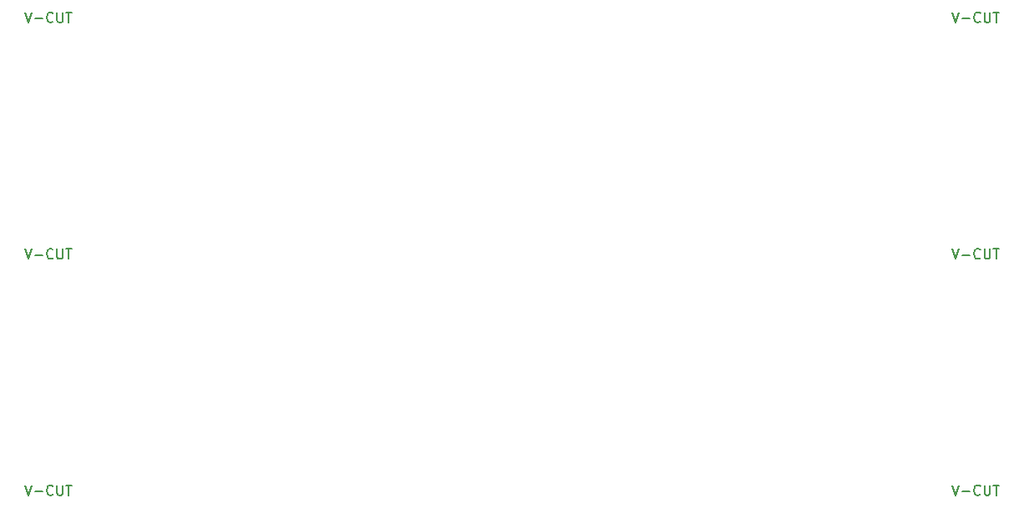
<source format=gbo>
G04 #@! TF.GenerationSoftware,KiCad,Pcbnew,(5.1.9)-1*
G04 #@! TF.CreationDate,2022-11-24T18:27:01+09:00*
G04 #@! TF.ProjectId,ROMCHG-PNL,524f4d43-4847-42d5-904e-4c2e6b696361,rev?*
G04 #@! TF.SameCoordinates,PX1c9ea90PY98919e0*
G04 #@! TF.FileFunction,Legend,Bot*
G04 #@! TF.FilePolarity,Positive*
%FSLAX46Y46*%
G04 Gerber Fmt 4.6, Leading zero omitted, Abs format (unit mm)*
G04 Created by KiCad (PCBNEW (5.1.9)-1) date 2022-11-24 18:27:01*
%MOMM*%
%LPD*%
G01*
G04 APERTURE LIST*
%ADD10C,0.150000*%
G04 APERTURE END LIST*
D10*
X-10357143Y72547620D02*
X-10023810Y71547620D01*
X-9690477Y72547620D01*
X-9357143Y71928572D02*
X-8595239Y71928572D01*
X-7547620Y71642858D02*
X-7595239Y71595239D01*
X-7738096Y71547620D01*
X-7833334Y71547620D01*
X-7976191Y71595239D01*
X-8071429Y71690477D01*
X-8119048Y71785715D01*
X-8166667Y71976191D01*
X-8166667Y72119048D01*
X-8119048Y72309524D01*
X-8071429Y72404762D01*
X-7976191Y72500000D01*
X-7833334Y72547620D01*
X-7738096Y72547620D01*
X-7595239Y72500000D01*
X-7547620Y72452381D01*
X-7119048Y72547620D02*
X-7119048Y71738096D01*
X-7071429Y71642858D01*
X-7023810Y71595239D01*
X-6928572Y71547620D01*
X-6738096Y71547620D01*
X-6642858Y71595239D01*
X-6595239Y71642858D01*
X-6547620Y71738096D01*
X-6547620Y72547620D01*
X-6214286Y72547620D02*
X-5642858Y72547620D01*
X-5928572Y71547620D02*
X-5928572Y72547620D01*
X83642857Y72547620D02*
X83976190Y71547620D01*
X84309523Y72547620D01*
X84642857Y71928572D02*
X85404761Y71928572D01*
X86452380Y71642858D02*
X86404761Y71595239D01*
X86261904Y71547620D01*
X86166666Y71547620D01*
X86023809Y71595239D01*
X85928571Y71690477D01*
X85880952Y71785715D01*
X85833333Y71976191D01*
X85833333Y72119048D01*
X85880952Y72309524D01*
X85928571Y72404762D01*
X86023809Y72500000D01*
X86166666Y72547620D01*
X86261904Y72547620D01*
X86404761Y72500000D01*
X86452380Y72452381D01*
X86880952Y72547620D02*
X86880952Y71738096D01*
X86928571Y71642858D01*
X86976190Y71595239D01*
X87071428Y71547620D01*
X87261904Y71547620D01*
X87357142Y71595239D01*
X87404761Y71642858D01*
X87452380Y71738096D01*
X87452380Y72547620D01*
X87785714Y72547620D02*
X88357142Y72547620D01*
X88071428Y71547620D02*
X88071428Y72547620D01*
X-10357143Y24547620D02*
X-10023810Y23547620D01*
X-9690477Y24547620D01*
X-9357143Y23928572D02*
X-8595239Y23928572D01*
X-7547620Y23642858D02*
X-7595239Y23595239D01*
X-7738096Y23547620D01*
X-7833334Y23547620D01*
X-7976191Y23595239D01*
X-8071429Y23690477D01*
X-8119048Y23785715D01*
X-8166667Y23976191D01*
X-8166667Y24119048D01*
X-8119048Y24309524D01*
X-8071429Y24404762D01*
X-7976191Y24500000D01*
X-7833334Y24547620D01*
X-7738096Y24547620D01*
X-7595239Y24500000D01*
X-7547620Y24452381D01*
X-7119048Y24547620D02*
X-7119048Y23738096D01*
X-7071429Y23642858D01*
X-7023810Y23595239D01*
X-6928572Y23547620D01*
X-6738096Y23547620D01*
X-6642858Y23595239D01*
X-6595239Y23642858D01*
X-6547620Y23738096D01*
X-6547620Y24547620D01*
X-6214286Y24547620D02*
X-5642858Y24547620D01*
X-5928572Y23547620D02*
X-5928572Y24547620D01*
X-10357143Y48547620D02*
X-10023810Y47547620D01*
X-9690477Y48547620D01*
X-9357143Y47928572D02*
X-8595239Y47928572D01*
X-7547620Y47642858D02*
X-7595239Y47595239D01*
X-7738096Y47547620D01*
X-7833334Y47547620D01*
X-7976191Y47595239D01*
X-8071429Y47690477D01*
X-8119048Y47785715D01*
X-8166667Y47976191D01*
X-8166667Y48119048D01*
X-8119048Y48309524D01*
X-8071429Y48404762D01*
X-7976191Y48500000D01*
X-7833334Y48547620D01*
X-7738096Y48547620D01*
X-7595239Y48500000D01*
X-7547620Y48452381D01*
X-7119048Y48547620D02*
X-7119048Y47738096D01*
X-7071429Y47642858D01*
X-7023810Y47595239D01*
X-6928572Y47547620D01*
X-6738096Y47547620D01*
X-6642858Y47595239D01*
X-6595239Y47642858D01*
X-6547620Y47738096D01*
X-6547620Y48547620D01*
X-6214286Y48547620D02*
X-5642858Y48547620D01*
X-5928572Y47547620D02*
X-5928572Y48547620D01*
X83642857Y24547620D02*
X83976190Y23547620D01*
X84309523Y24547620D01*
X84642857Y23928572D02*
X85404761Y23928572D01*
X86452380Y23642858D02*
X86404761Y23595239D01*
X86261904Y23547620D01*
X86166666Y23547620D01*
X86023809Y23595239D01*
X85928571Y23690477D01*
X85880952Y23785715D01*
X85833333Y23976191D01*
X85833333Y24119048D01*
X85880952Y24309524D01*
X85928571Y24404762D01*
X86023809Y24500000D01*
X86166666Y24547620D01*
X86261904Y24547620D01*
X86404761Y24500000D01*
X86452380Y24452381D01*
X86880952Y24547620D02*
X86880952Y23738096D01*
X86928571Y23642858D01*
X86976190Y23595239D01*
X87071428Y23547620D01*
X87261904Y23547620D01*
X87357142Y23595239D01*
X87404761Y23642858D01*
X87452380Y23738096D01*
X87452380Y24547620D01*
X87785714Y24547620D02*
X88357142Y24547620D01*
X88071428Y23547620D02*
X88071428Y24547620D01*
X83642857Y48547620D02*
X83976190Y47547620D01*
X84309523Y48547620D01*
X84642857Y47928572D02*
X85404761Y47928572D01*
X86452380Y47642858D02*
X86404761Y47595239D01*
X86261904Y47547620D01*
X86166666Y47547620D01*
X86023809Y47595239D01*
X85928571Y47690477D01*
X85880952Y47785715D01*
X85833333Y47976191D01*
X85833333Y48119048D01*
X85880952Y48309524D01*
X85928571Y48404762D01*
X86023809Y48500000D01*
X86166666Y48547620D01*
X86261904Y48547620D01*
X86404761Y48500000D01*
X86452380Y48452381D01*
X86880952Y48547620D02*
X86880952Y47738096D01*
X86928571Y47642858D01*
X86976190Y47595239D01*
X87071428Y47547620D01*
X87261904Y47547620D01*
X87357142Y47595239D01*
X87404761Y47642858D01*
X87452380Y47738096D01*
X87452380Y48547620D01*
X87785714Y48547620D02*
X88357142Y48547620D01*
X88071428Y47547620D02*
X88071428Y48547620D01*
M02*

</source>
